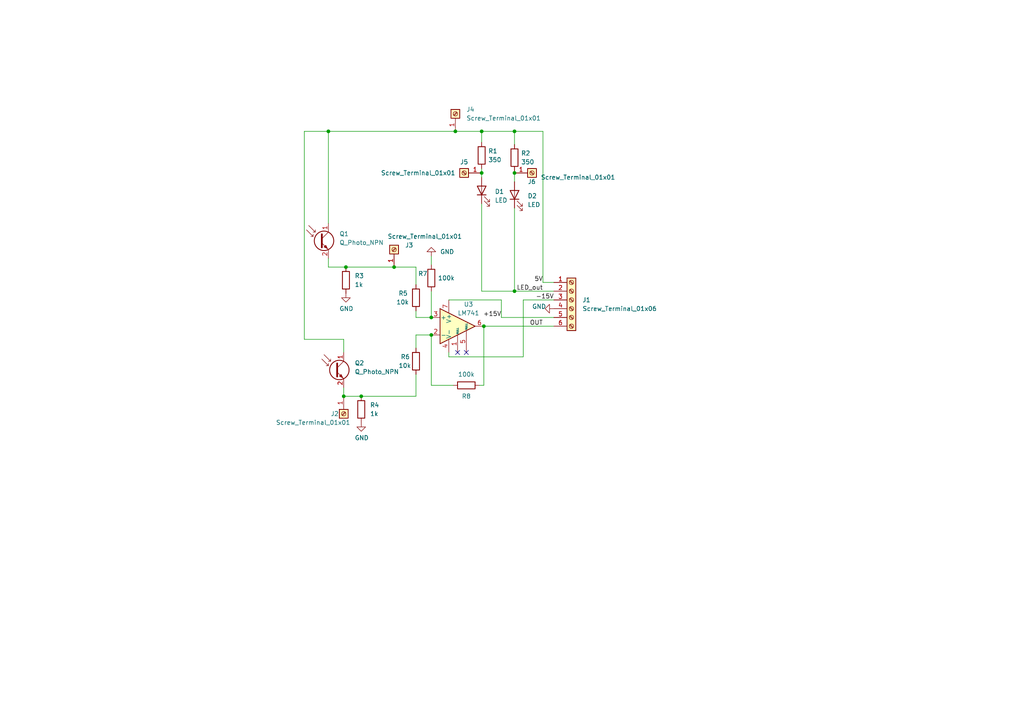
<source format=kicad_sch>
(kicad_sch (version 20211123) (generator eeschema)

  (uuid 324c2dd3-73d0-436a-b1d1-58f7453ada6a)

  (paper "A4")

  (lib_symbols
    (symbol "Amplifier_Operational:LM741" (pin_names (offset 0.127)) (in_bom yes) (on_board yes)
      (property "Reference" "U" (id 0) (at 0 6.35 0)
        (effects (font (size 1.27 1.27)) (justify left))
      )
      (property "Value" "LM741" (id 1) (at 0 3.81 0)
        (effects (font (size 1.27 1.27)) (justify left))
      )
      (property "Footprint" "" (id 2) (at 1.27 1.27 0)
        (effects (font (size 1.27 1.27)) hide)
      )
      (property "Datasheet" "http://www.ti.com/lit/ds/symlink/lm741.pdf" (id 3) (at 3.81 3.81 0)
        (effects (font (size 1.27 1.27)) hide)
      )
      (property "ki_keywords" "single opamp" (id 4) (at 0 0 0)
        (effects (font (size 1.27 1.27)) hide)
      )
      (property "ki_description" "Operational Amplifier, DIP-8/TO-99-8" (id 5) (at 0 0 0)
        (effects (font (size 1.27 1.27)) hide)
      )
      (property "ki_fp_filters" "SOIC*3.9x4.9mm*P1.27mm* DIP*W7.62mm* TSSOP*3x3mm*P0.65mm*" (id 6) (at 0 0 0)
        (effects (font (size 1.27 1.27)) hide)
      )
      (symbol "LM741_0_1"
        (polyline
          (pts
            (xy -5.08 5.08)
            (xy 5.08 0)
            (xy -5.08 -5.08)
            (xy -5.08 5.08)
          )
          (stroke (width 0.254) (type default) (color 0 0 0 0))
          (fill (type background))
        )
      )
      (symbol "LM741_1_1"
        (pin input line (at 0 -7.62 90) (length 5.08)
          (name "NULL" (effects (font (size 0.508 0.508))))
          (number "1" (effects (font (size 1.27 1.27))))
        )
        (pin input line (at -7.62 -2.54 0) (length 2.54)
          (name "-" (effects (font (size 1.27 1.27))))
          (number "2" (effects (font (size 1.27 1.27))))
        )
        (pin input line (at -7.62 2.54 0) (length 2.54)
          (name "+" (effects (font (size 1.27 1.27))))
          (number "3" (effects (font (size 1.27 1.27))))
        )
        (pin power_in line (at -2.54 -7.62 90) (length 3.81)
          (name "V-" (effects (font (size 1.27 1.27))))
          (number "4" (effects (font (size 1.27 1.27))))
        )
        (pin input line (at 2.54 -7.62 90) (length 6.35)
          (name "NULL" (effects (font (size 0.508 0.508))))
          (number "5" (effects (font (size 1.27 1.27))))
        )
        (pin output line (at 7.62 0 180) (length 2.54)
          (name "~" (effects (font (size 1.27 1.27))))
          (number "6" (effects (font (size 1.27 1.27))))
        )
        (pin power_in line (at -2.54 7.62 270) (length 3.81)
          (name "V+" (effects (font (size 1.27 1.27))))
          (number "7" (effects (font (size 1.27 1.27))))
        )
        (pin no_connect line (at 0 2.54 270) (length 2.54) hide
          (name "NC" (effects (font (size 1.27 1.27))))
          (number "8" (effects (font (size 1.27 1.27))))
        )
      )
    )
    (symbol "Connector:Screw_Terminal_01x01" (pin_names (offset 1.016) hide) (in_bom yes) (on_board yes)
      (property "Reference" "J" (id 0) (at 0 2.54 0)
        (effects (font (size 1.27 1.27)))
      )
      (property "Value" "Screw_Terminal_01x01" (id 1) (at 0 -2.54 0)
        (effects (font (size 1.27 1.27)))
      )
      (property "Footprint" "" (id 2) (at 0 0 0)
        (effects (font (size 1.27 1.27)) hide)
      )
      (property "Datasheet" "~" (id 3) (at 0 0 0)
        (effects (font (size 1.27 1.27)) hide)
      )
      (property "ki_keywords" "screw terminal" (id 4) (at 0 0 0)
        (effects (font (size 1.27 1.27)) hide)
      )
      (property "ki_description" "Generic screw terminal, single row, 01x01, script generated (kicad-library-utils/schlib/autogen/connector/)" (id 5) (at 0 0 0)
        (effects (font (size 1.27 1.27)) hide)
      )
      (property "ki_fp_filters" "TerminalBlock*:*" (id 6) (at 0 0 0)
        (effects (font (size 1.27 1.27)) hide)
      )
      (symbol "Screw_Terminal_01x01_1_1"
        (rectangle (start -1.27 1.27) (end 1.27 -1.27)
          (stroke (width 0.254) (type default) (color 0 0 0 0))
          (fill (type background))
        )
        (polyline
          (pts
            (xy -0.5334 0.3302)
            (xy 0.3302 -0.508)
          )
          (stroke (width 0.1524) (type default) (color 0 0 0 0))
          (fill (type none))
        )
        (polyline
          (pts
            (xy -0.3556 0.508)
            (xy 0.508 -0.3302)
          )
          (stroke (width 0.1524) (type default) (color 0 0 0 0))
          (fill (type none))
        )
        (circle (center 0 0) (radius 0.635)
          (stroke (width 0.1524) (type default) (color 0 0 0 0))
          (fill (type none))
        )
        (pin passive line (at -5.08 0 0) (length 3.81)
          (name "Pin_1" (effects (font (size 1.27 1.27))))
          (number "1" (effects (font (size 1.27 1.27))))
        )
      )
    )
    (symbol "Connector:Screw_Terminal_01x06" (pin_names (offset 1.016) hide) (in_bom yes) (on_board yes)
      (property "Reference" "J" (id 0) (at 0 7.62 0)
        (effects (font (size 1.27 1.27)))
      )
      (property "Value" "Screw_Terminal_01x06" (id 1) (at 0 -10.16 0)
        (effects (font (size 1.27 1.27)))
      )
      (property "Footprint" "" (id 2) (at 0 0 0)
        (effects (font (size 1.27 1.27)) hide)
      )
      (property "Datasheet" "~" (id 3) (at 0 0 0)
        (effects (font (size 1.27 1.27)) hide)
      )
      (property "ki_keywords" "screw terminal" (id 4) (at 0 0 0)
        (effects (font (size 1.27 1.27)) hide)
      )
      (property "ki_description" "Generic screw terminal, single row, 01x06, script generated (kicad-library-utils/schlib/autogen/connector/)" (id 5) (at 0 0 0)
        (effects (font (size 1.27 1.27)) hide)
      )
      (property "ki_fp_filters" "TerminalBlock*:*" (id 6) (at 0 0 0)
        (effects (font (size 1.27 1.27)) hide)
      )
      (symbol "Screw_Terminal_01x06_1_1"
        (rectangle (start -1.27 6.35) (end 1.27 -8.89)
          (stroke (width 0.254) (type default) (color 0 0 0 0))
          (fill (type background))
        )
        (circle (center 0 -7.62) (radius 0.635)
          (stroke (width 0.1524) (type default) (color 0 0 0 0))
          (fill (type none))
        )
        (circle (center 0 -5.08) (radius 0.635)
          (stroke (width 0.1524) (type default) (color 0 0 0 0))
          (fill (type none))
        )
        (circle (center 0 -2.54) (radius 0.635)
          (stroke (width 0.1524) (type default) (color 0 0 0 0))
          (fill (type none))
        )
        (polyline
          (pts
            (xy -0.5334 -7.2898)
            (xy 0.3302 -8.128)
          )
          (stroke (width 0.1524) (type default) (color 0 0 0 0))
          (fill (type none))
        )
        (polyline
          (pts
            (xy -0.5334 -4.7498)
            (xy 0.3302 -5.588)
          )
          (stroke (width 0.1524) (type default) (color 0 0 0 0))
          (fill (type none))
        )
        (polyline
          (pts
            (xy -0.5334 -2.2098)
            (xy 0.3302 -3.048)
          )
          (stroke (width 0.1524) (type default) (color 0 0 0 0))
          (fill (type none))
        )
        (polyline
          (pts
            (xy -0.5334 0.3302)
            (xy 0.3302 -0.508)
          )
          (stroke (width 0.1524) (type default) (color 0 0 0 0))
          (fill (type none))
        )
        (polyline
          (pts
            (xy -0.5334 2.8702)
            (xy 0.3302 2.032)
          )
          (stroke (width 0.1524) (type default) (color 0 0 0 0))
          (fill (type none))
        )
        (polyline
          (pts
            (xy -0.5334 5.4102)
            (xy 0.3302 4.572)
          )
          (stroke (width 0.1524) (type default) (color 0 0 0 0))
          (fill (type none))
        )
        (polyline
          (pts
            (xy -0.3556 -7.112)
            (xy 0.508 -7.9502)
          )
          (stroke (width 0.1524) (type default) (color 0 0 0 0))
          (fill (type none))
        )
        (polyline
          (pts
            (xy -0.3556 -4.572)
            (xy 0.508 -5.4102)
          )
          (stroke (width 0.1524) (type default) (color 0 0 0 0))
          (fill (type none))
        )
        (polyline
          (pts
            (xy -0.3556 -2.032)
            (xy 0.508 -2.8702)
          )
          (stroke (width 0.1524) (type default) (color 0 0 0 0))
          (fill (type none))
        )
        (polyline
          (pts
            (xy -0.3556 0.508)
            (xy 0.508 -0.3302)
          )
          (stroke (width 0.1524) (type default) (color 0 0 0 0))
          (fill (type none))
        )
        (polyline
          (pts
            (xy -0.3556 3.048)
            (xy 0.508 2.2098)
          )
          (stroke (width 0.1524) (type default) (color 0 0 0 0))
          (fill (type none))
        )
        (polyline
          (pts
            (xy -0.3556 5.588)
            (xy 0.508 4.7498)
          )
          (stroke (width 0.1524) (type default) (color 0 0 0 0))
          (fill (type none))
        )
        (circle (center 0 0) (radius 0.635)
          (stroke (width 0.1524) (type default) (color 0 0 0 0))
          (fill (type none))
        )
        (circle (center 0 2.54) (radius 0.635)
          (stroke (width 0.1524) (type default) (color 0 0 0 0))
          (fill (type none))
        )
        (circle (center 0 5.08) (radius 0.635)
          (stroke (width 0.1524) (type default) (color 0 0 0 0))
          (fill (type none))
        )
        (pin passive line (at -5.08 5.08 0) (length 3.81)
          (name "Pin_1" (effects (font (size 1.27 1.27))))
          (number "1" (effects (font (size 1.27 1.27))))
        )
        (pin passive line (at -5.08 2.54 0) (length 3.81)
          (name "Pin_2" (effects (font (size 1.27 1.27))))
          (number "2" (effects (font (size 1.27 1.27))))
        )
        (pin passive line (at -5.08 0 0) (length 3.81)
          (name "Pin_3" (effects (font (size 1.27 1.27))))
          (number "3" (effects (font (size 1.27 1.27))))
        )
        (pin passive line (at -5.08 -2.54 0) (length 3.81)
          (name "Pin_4" (effects (font (size 1.27 1.27))))
          (number "4" (effects (font (size 1.27 1.27))))
        )
        (pin passive line (at -5.08 -5.08 0) (length 3.81)
          (name "Pin_5" (effects (font (size 1.27 1.27))))
          (number "5" (effects (font (size 1.27 1.27))))
        )
        (pin passive line (at -5.08 -7.62 0) (length 3.81)
          (name "Pin_6" (effects (font (size 1.27 1.27))))
          (number "6" (effects (font (size 1.27 1.27))))
        )
      )
    )
    (symbol "Device:LED" (pin_numbers hide) (pin_names (offset 1.016) hide) (in_bom yes) (on_board yes)
      (property "Reference" "D" (id 0) (at 0 2.54 0)
        (effects (font (size 1.27 1.27)))
      )
      (property "Value" "LED" (id 1) (at 0 -2.54 0)
        (effects (font (size 1.27 1.27)))
      )
      (property "Footprint" "" (id 2) (at 0 0 0)
        (effects (font (size 1.27 1.27)) hide)
      )
      (property "Datasheet" "~" (id 3) (at 0 0 0)
        (effects (font (size 1.27 1.27)) hide)
      )
      (property "ki_keywords" "LED diode" (id 4) (at 0 0 0)
        (effects (font (size 1.27 1.27)) hide)
      )
      (property "ki_description" "Light emitting diode" (id 5) (at 0 0 0)
        (effects (font (size 1.27 1.27)) hide)
      )
      (property "ki_fp_filters" "LED* LED_SMD:* LED_THT:*" (id 6) (at 0 0 0)
        (effects (font (size 1.27 1.27)) hide)
      )
      (symbol "LED_0_1"
        (polyline
          (pts
            (xy -1.27 -1.27)
            (xy -1.27 1.27)
          )
          (stroke (width 0.254) (type default) (color 0 0 0 0))
          (fill (type none))
        )
        (polyline
          (pts
            (xy -1.27 0)
            (xy 1.27 0)
          )
          (stroke (width 0) (type default) (color 0 0 0 0))
          (fill (type none))
        )
        (polyline
          (pts
            (xy 1.27 -1.27)
            (xy 1.27 1.27)
            (xy -1.27 0)
            (xy 1.27 -1.27)
          )
          (stroke (width 0.254) (type default) (color 0 0 0 0))
          (fill (type none))
        )
        (polyline
          (pts
            (xy -3.048 -0.762)
            (xy -4.572 -2.286)
            (xy -3.81 -2.286)
            (xy -4.572 -2.286)
            (xy -4.572 -1.524)
          )
          (stroke (width 0) (type default) (color 0 0 0 0))
          (fill (type none))
        )
        (polyline
          (pts
            (xy -1.778 -0.762)
            (xy -3.302 -2.286)
            (xy -2.54 -2.286)
            (xy -3.302 -2.286)
            (xy -3.302 -1.524)
          )
          (stroke (width 0) (type default) (color 0 0 0 0))
          (fill (type none))
        )
      )
      (symbol "LED_1_1"
        (pin passive line (at -3.81 0 0) (length 2.54)
          (name "K" (effects (font (size 1.27 1.27))))
          (number "1" (effects (font (size 1.27 1.27))))
        )
        (pin passive line (at 3.81 0 180) (length 2.54)
          (name "A" (effects (font (size 1.27 1.27))))
          (number "2" (effects (font (size 1.27 1.27))))
        )
      )
    )
    (symbol "Device:Q_Photo_NPN" (pin_names (offset 0) hide) (in_bom yes) (on_board yes)
      (property "Reference" "Q" (id 0) (at 5.08 1.27 0)
        (effects (font (size 1.27 1.27)) (justify left))
      )
      (property "Value" "Q_Photo_NPN" (id 1) (at 5.08 -1.27 0)
        (effects (font (size 1.27 1.27)) (justify left))
      )
      (property "Footprint" "" (id 2) (at 5.08 2.54 0)
        (effects (font (size 1.27 1.27)) hide)
      )
      (property "Datasheet" "~" (id 3) (at 0 0 0)
        (effects (font (size 1.27 1.27)) hide)
      )
      (property "ki_keywords" "phototransistor NPN" (id 4) (at 0 0 0)
        (effects (font (size 1.27 1.27)) hide)
      )
      (property "ki_description" "NPN phototransistor, collector/emitter" (id 5) (at 0 0 0)
        (effects (font (size 1.27 1.27)) hide)
      )
      (symbol "Q_Photo_NPN_0_1"
        (polyline
          (pts
            (xy -1.905 1.27)
            (xy -2.54 1.27)
          )
          (stroke (width 0) (type default) (color 0 0 0 0))
          (fill (type none))
        )
        (polyline
          (pts
            (xy -1.27 2.54)
            (xy -1.905 2.54)
          )
          (stroke (width 0) (type default) (color 0 0 0 0))
          (fill (type none))
        )
        (polyline
          (pts
            (xy 0.635 0.635)
            (xy 2.54 2.54)
          )
          (stroke (width 0) (type default) (color 0 0 0 0))
          (fill (type none))
        )
        (polyline
          (pts
            (xy -3.81 3.175)
            (xy -1.905 1.27)
            (xy -1.905 1.905)
          )
          (stroke (width 0) (type default) (color 0 0 0 0))
          (fill (type none))
        )
        (polyline
          (pts
            (xy -3.175 4.445)
            (xy -1.27 2.54)
            (xy -1.27 3.175)
          )
          (stroke (width 0) (type default) (color 0 0 0 0))
          (fill (type none))
        )
        (polyline
          (pts
            (xy 0.635 -0.635)
            (xy 2.54 -2.54)
            (xy 2.54 -2.54)
          )
          (stroke (width 0) (type default) (color 0 0 0 0))
          (fill (type none))
        )
        (polyline
          (pts
            (xy 0.635 1.905)
            (xy 0.635 -1.905)
            (xy 0.635 -1.905)
          )
          (stroke (width 0.508) (type default) (color 0 0 0 0))
          (fill (type none))
        )
        (polyline
          (pts
            (xy 1.27 -1.778)
            (xy 1.778 -1.27)
            (xy 2.286 -2.286)
            (xy 1.27 -1.778)
            (xy 1.27 -1.778)
          )
          (stroke (width 0) (type default) (color 0 0 0 0))
          (fill (type outline))
        )
        (circle (center 1.27 0) (radius 2.8194)
          (stroke (width 0.254) (type default) (color 0 0 0 0))
          (fill (type none))
        )
      )
      (symbol "Q_Photo_NPN_1_1"
        (pin passive line (at 2.54 5.08 270) (length 2.54)
          (name "C" (effects (font (size 1.27 1.27))))
          (number "1" (effects (font (size 1.27 1.27))))
        )
        (pin passive line (at 2.54 -5.08 90) (length 2.54)
          (name "E" (effects (font (size 1.27 1.27))))
          (number "2" (effects (font (size 1.27 1.27))))
        )
      )
    )
    (symbol "Device:R" (pin_numbers hide) (pin_names (offset 0)) (in_bom yes) (on_board yes)
      (property "Reference" "R" (id 0) (at 2.032 0 90)
        (effects (font (size 1.27 1.27)))
      )
      (property "Value" "R" (id 1) (at 0 0 90)
        (effects (font (size 1.27 1.27)))
      )
      (property "Footprint" "" (id 2) (at -1.778 0 90)
        (effects (font (size 1.27 1.27)) hide)
      )
      (property "Datasheet" "~" (id 3) (at 0 0 0)
        (effects (font (size 1.27 1.27)) hide)
      )
      (property "ki_keywords" "R res resistor" (id 4) (at 0 0 0)
        (effects (font (size 1.27 1.27)) hide)
      )
      (property "ki_description" "Resistor" (id 5) (at 0 0 0)
        (effects (font (size 1.27 1.27)) hide)
      )
      (property "ki_fp_filters" "R_*" (id 6) (at 0 0 0)
        (effects (font (size 1.27 1.27)) hide)
      )
      (symbol "R_0_1"
        (rectangle (start -1.016 -2.54) (end 1.016 2.54)
          (stroke (width 0.254) (type default) (color 0 0 0 0))
          (fill (type none))
        )
      )
      (symbol "R_1_1"
        (pin passive line (at 0 3.81 270) (length 1.27)
          (name "~" (effects (font (size 1.27 1.27))))
          (number "1" (effects (font (size 1.27 1.27))))
        )
        (pin passive line (at 0 -3.81 90) (length 1.27)
          (name "~" (effects (font (size 1.27 1.27))))
          (number "2" (effects (font (size 1.27 1.27))))
        )
      )
    )
    (symbol "power:GND" (power) (pin_names (offset 0)) (in_bom yes) (on_board yes)
      (property "Reference" "#PWR" (id 0) (at 0 -6.35 0)
        (effects (font (size 1.27 1.27)) hide)
      )
      (property "Value" "GND" (id 1) (at 0 -3.81 0)
        (effects (font (size 1.27 1.27)))
      )
      (property "Footprint" "" (id 2) (at 0 0 0)
        (effects (font (size 1.27 1.27)) hide)
      )
      (property "Datasheet" "" (id 3) (at 0 0 0)
        (effects (font (size 1.27 1.27)) hide)
      )
      (property "ki_keywords" "power-flag" (id 4) (at 0 0 0)
        (effects (font (size 1.27 1.27)) hide)
      )
      (property "ki_description" "Power symbol creates a global label with name \"GND\" , ground" (id 5) (at 0 0 0)
        (effects (font (size 1.27 1.27)) hide)
      )
      (symbol "GND_0_1"
        (polyline
          (pts
            (xy 0 0)
            (xy 0 -1.27)
            (xy 1.27 -1.27)
            (xy 0 -2.54)
            (xy -1.27 -1.27)
            (xy 0 -1.27)
          )
          (stroke (width 0) (type default) (color 0 0 0 0))
          (fill (type none))
        )
      )
      (symbol "GND_1_1"
        (pin power_in line (at 0 0 270) (length 0) hide
          (name "GND" (effects (font (size 1.27 1.27))))
          (number "1" (effects (font (size 1.27 1.27))))
        )
      )
    )
  )

  (junction (at 114.3 77.47) (diameter 0) (color 0 0 0 0)
    (uuid 27f6cd0d-4465-4db8-a0d3-fcbbe8938ef2)
  )
  (junction (at 149.225 50.165) (diameter 0) (color 0 0 0 0)
    (uuid 43672107-dc2d-4186-9af9-b4fca8b7df1a)
  )
  (junction (at 149.225 84.455) (diameter 0) (color 0 0 0 0)
    (uuid 4419db36-03ff-49f6-8769-a6c68a70d2f4)
  )
  (junction (at 100.33 77.47) (diameter 0) (color 0 0 0 0)
    (uuid 4cc95172-1693-4701-be7a-7b6c30b5c276)
  )
  (junction (at 140.335 94.615) (diameter 0) (color 0 0 0 0)
    (uuid 4e7adfbc-dd25-4f81-bf0b-15c6aaac23ae)
  )
  (junction (at 139.7 50.165) (diameter 0) (color 0 0 0 0)
    (uuid 647c00d2-c7a0-46f0-872b-a4e561f7a976)
  )
  (junction (at 149.225 38.1) (diameter 0) (color 0 0 0 0)
    (uuid bbb54917-1c49-4c65-afdf-5f73a9baae8a)
  )
  (junction (at 125.095 97.155) (diameter 0) (color 0 0 0 0)
    (uuid bf45e7cd-9f99-4684-b4ce-35dccd21f5a4)
  )
  (junction (at 104.775 114.935) (diameter 0) (color 0 0 0 0)
    (uuid c179df4f-7a21-4326-acc2-bafbe8696368)
  )
  (junction (at 95.25 38.1) (diameter 0) (color 0 0 0 0)
    (uuid c99c5d7d-bf7a-4918-badd-474ddcf5d935)
  )
  (junction (at 125.095 92.075) (diameter 0) (color 0 0 0 0)
    (uuid d5f1566b-8525-4869-abbc-28ab8a41dfc3)
  )
  (junction (at 139.7 38.1) (diameter 0) (color 0 0 0 0)
    (uuid eabfed59-3efa-4ec6-9cf0-ab9c5ed8d304)
  )
  (junction (at 99.695 114.935) (diameter 0) (color 0 0 0 0)
    (uuid eda59f23-998a-4195-8182-82ad1e1107af)
  )
  (junction (at 132.08 38.1) (diameter 0) (color 0 0 0 0)
    (uuid fd77c65c-df1a-4910-9764-fb443e4e0a21)
  )

  (no_connect (at 135.255 102.235) (uuid 7666ee12-aebc-4e02-96bc-010ae5c24280))
  (no_connect (at 132.715 102.235) (uuid 7666ee12-aebc-4e02-96bc-010ae5c24281))

  (wire (pts (xy 157.48 81.915) (xy 157.48 38.1))
    (stroke (width 0) (type default) (color 0 0 0 0))
    (uuid 04072675-f932-4c21-bf04-2db5225134af)
  )
  (wire (pts (xy 95.25 38.1) (xy 132.08 38.1))
    (stroke (width 0) (type default) (color 0 0 0 0))
    (uuid 081f7fbe-6241-4bc3-b4f7-7fdf5dbb9aa8)
  )
  (wire (pts (xy 145.415 86.995) (xy 145.415 92.075))
    (stroke (width 0) (type default) (color 0 0 0 0))
    (uuid 091e4a3c-0906-4a12-8ae8-9d9bc69cfead)
  )
  (wire (pts (xy 130.175 86.995) (xy 145.415 86.995))
    (stroke (width 0) (type default) (color 0 0 0 0))
    (uuid 1466bea6-cf13-46f7-9da7-584daf97f69a)
  )
  (wire (pts (xy 139.065 111.76) (xy 140.335 111.76))
    (stroke (width 0) (type default) (color 0 0 0 0))
    (uuid 167b735e-9931-409e-bab9-0383bd4bf59e)
  )
  (wire (pts (xy 139.7 50.165) (xy 139.7 51.435))
    (stroke (width 0) (type default) (color 0 0 0 0))
    (uuid 180aa5c4-5826-4135-a310-f184a3368eb6)
  )
  (wire (pts (xy 149.225 84.455) (xy 160.655 84.455))
    (stroke (width 0) (type default) (color 0 0 0 0))
    (uuid 1a2ee3a9-85e3-464d-82bf-87c1828a208d)
  )
  (wire (pts (xy 149.225 49.53) (xy 149.225 50.165))
    (stroke (width 0) (type default) (color 0 0 0 0))
    (uuid 1b3eb6ea-22e2-4ce3-b550-e9073d234783)
  )
  (wire (pts (xy 160.655 81.915) (xy 157.48 81.915))
    (stroke (width 0) (type default) (color 0 0 0 0))
    (uuid 208c39cb-b148-4aa6-84ae-642fe98aa06a)
  )
  (wire (pts (xy 139.7 84.455) (xy 149.225 84.455))
    (stroke (width 0) (type default) (color 0 0 0 0))
    (uuid 23b13705-94bc-4e0a-8cd1-fec0bdf4318a)
  )
  (wire (pts (xy 114.3 77.47) (xy 120.65 77.47))
    (stroke (width 0) (type default) (color 0 0 0 0))
    (uuid 2536ee1c-d939-4dd2-8cc8-a5a349c1f74c)
  )
  (wire (pts (xy 125.095 97.155) (xy 125.095 111.76))
    (stroke (width 0) (type default) (color 0 0 0 0))
    (uuid 292c1e94-984a-4a4c-9b4b-37ee34e66b78)
  )
  (wire (pts (xy 100.33 77.47) (xy 114.3 77.47))
    (stroke (width 0) (type default) (color 0 0 0 0))
    (uuid 366de420-e29d-4139-afe2-23d8af8aca33)
  )
  (wire (pts (xy 157.48 38.1) (xy 149.225 38.1))
    (stroke (width 0) (type default) (color 0 0 0 0))
    (uuid 39fdb966-175f-4512-8866-af0ea87384e1)
  )
  (wire (pts (xy 132.08 38.1) (xy 139.7 38.1))
    (stroke (width 0) (type default) (color 0 0 0 0))
    (uuid 3cb7020c-b11e-4d97-a49c-5c41bf08758d)
  )
  (wire (pts (xy 130.175 103.505) (xy 151.765 103.505))
    (stroke (width 0) (type default) (color 0 0 0 0))
    (uuid 44cde558-6270-4196-8b17-349fa7277d24)
  )
  (wire (pts (xy 88.265 98.425) (xy 99.695 98.425))
    (stroke (width 0) (type default) (color 0 0 0 0))
    (uuid 4b8fdbb0-67f7-4cf8-93eb-86498cd90f25)
  )
  (wire (pts (xy 145.415 92.075) (xy 160.655 92.075))
    (stroke (width 0) (type default) (color 0 0 0 0))
    (uuid 510b4cf9-ec6e-4c82-8721-3d1d1f5cf675)
  )
  (wire (pts (xy 139.7 38.1) (xy 139.7 41.275))
    (stroke (width 0) (type default) (color 0 0 0 0))
    (uuid 5467a0d8-37c1-47ac-b200-b7860543ce42)
  )
  (wire (pts (xy 120.65 77.47) (xy 120.65 82.55))
    (stroke (width 0) (type default) (color 0 0 0 0))
    (uuid 57769400-7333-4fd9-8c5f-ead87ba75a30)
  )
  (wire (pts (xy 149.225 38.1) (xy 149.225 41.91))
    (stroke (width 0) (type default) (color 0 0 0 0))
    (uuid 584ac81c-15ee-4675-b77b-407180d6d1ee)
  )
  (wire (pts (xy 120.65 97.155) (xy 125.095 97.155))
    (stroke (width 0) (type default) (color 0 0 0 0))
    (uuid 5a59cf8b-a693-4224-918f-ad974090df93)
  )
  (wire (pts (xy 139.7 59.055) (xy 139.7 84.455))
    (stroke (width 0) (type default) (color 0 0 0 0))
    (uuid 5e36a228-58a3-49d6-9b54-d7c87e8524b7)
  )
  (wire (pts (xy 95.25 77.47) (xy 100.33 77.47))
    (stroke (width 0) (type default) (color 0 0 0 0))
    (uuid 5eb6232f-9c5f-4ce7-8aa2-12c589dc71f8)
  )
  (wire (pts (xy 88.265 38.1) (xy 88.265 98.425))
    (stroke (width 0) (type default) (color 0 0 0 0))
    (uuid 69a79a88-4522-47fb-86b6-8247f2f17cc8)
  )
  (wire (pts (xy 104.775 114.935) (xy 120.65 114.935))
    (stroke (width 0) (type default) (color 0 0 0 0))
    (uuid 74a35375-fa17-445d-b58f-d1c1a55a50fc)
  )
  (wire (pts (xy 88.265 38.1) (xy 95.25 38.1))
    (stroke (width 0) (type default) (color 0 0 0 0))
    (uuid 7a37820b-381d-458e-ad9f-741b98e76691)
  )
  (wire (pts (xy 99.695 112.395) (xy 99.695 114.935))
    (stroke (width 0) (type default) (color 0 0 0 0))
    (uuid 7c260975-5114-489b-b28a-71bd83b72a3f)
  )
  (wire (pts (xy 95.25 74.93) (xy 95.25 77.47))
    (stroke (width 0) (type default) (color 0 0 0 0))
    (uuid 82af9942-1306-464d-b5d5-3c208d51cd2b)
  )
  (wire (pts (xy 130.175 102.235) (xy 130.175 103.505))
    (stroke (width 0) (type default) (color 0 0 0 0))
    (uuid 832af981-7873-4d5a-8a37-cbcda18ced57)
  )
  (wire (pts (xy 125.095 74.295) (xy 125.095 76.835))
    (stroke (width 0) (type default) (color 0 0 0 0))
    (uuid 8fa411fb-02b9-4be1-874f-3218203c8c74)
  )
  (wire (pts (xy 151.765 86.995) (xy 160.655 86.995))
    (stroke (width 0) (type default) (color 0 0 0 0))
    (uuid 8feb9168-3e49-4671-8cfd-af0c312b6dae)
  )
  (wire (pts (xy 120.65 97.155) (xy 120.65 100.965))
    (stroke (width 0) (type default) (color 0 0 0 0))
    (uuid 91e98609-6500-4136-9385-c7e85c2fab56)
  )
  (wire (pts (xy 140.335 111.76) (xy 140.335 94.615))
    (stroke (width 0) (type default) (color 0 0 0 0))
    (uuid 9d816c54-0eeb-41f3-bce3-74f5aefe8073)
  )
  (wire (pts (xy 125.095 84.455) (xy 125.095 92.075))
    (stroke (width 0) (type default) (color 0 0 0 0))
    (uuid aee89f77-58d5-4e5b-9cd3-f49ad6d31a59)
  )
  (wire (pts (xy 151.765 103.505) (xy 151.765 86.995))
    (stroke (width 0) (type default) (color 0 0 0 0))
    (uuid b047143c-7803-43a0-9297-02f6c048a0eb)
  )
  (wire (pts (xy 149.225 60.325) (xy 149.225 84.455))
    (stroke (width 0) (type default) (color 0 0 0 0))
    (uuid b7ea22b0-9819-460e-8af2-8c2a2cac7f14)
  )
  (wire (pts (xy 120.65 92.075) (xy 125.095 92.075))
    (stroke (width 0) (type default) (color 0 0 0 0))
    (uuid b9e99525-8f9a-4516-b732-d217d90489bf)
  )
  (wire (pts (xy 120.65 90.17) (xy 120.65 92.075))
    (stroke (width 0) (type default) (color 0 0 0 0))
    (uuid c10253fd-6f8c-40b1-b9f9-9c69acc301bd)
  )
  (wire (pts (xy 95.25 38.1) (xy 95.25 64.77))
    (stroke (width 0) (type default) (color 0 0 0 0))
    (uuid c5261e64-6445-42ec-bfdc-9b7afe305742)
  )
  (wire (pts (xy 149.225 50.165) (xy 149.225 52.705))
    (stroke (width 0) (type default) (color 0 0 0 0))
    (uuid d0d48b9d-20f2-4065-8912-5c6274e27749)
  )
  (wire (pts (xy 139.7 48.895) (xy 139.7 50.165))
    (stroke (width 0) (type default) (color 0 0 0 0))
    (uuid e0a27820-ada2-4690-91ca-a40725aa9107)
  )
  (wire (pts (xy 99.695 98.425) (xy 99.695 102.235))
    (stroke (width 0) (type default) (color 0 0 0 0))
    (uuid e151e560-7c86-45fa-b002-cad0a60b8bd7)
  )
  (wire (pts (xy 99.695 114.935) (xy 104.775 114.935))
    (stroke (width 0) (type default) (color 0 0 0 0))
    (uuid e1be2cbb-3eaf-4588-98e9-7298c201628f)
  )
  (wire (pts (xy 149.225 38.1) (xy 139.7 38.1))
    (stroke (width 0) (type default) (color 0 0 0 0))
    (uuid e31ffbf2-7102-4d69-a17f-c7ab1a7cdca9)
  )
  (wire (pts (xy 140.335 94.615) (xy 160.655 94.615))
    (stroke (width 0) (type default) (color 0 0 0 0))
    (uuid eb029874-9c76-4b54-84a1-189c70a9f221)
  )
  (wire (pts (xy 120.65 108.585) (xy 120.65 114.935))
    (stroke (width 0) (type default) (color 0 0 0 0))
    (uuid ed6087ae-3721-484c-a577-1679eaf719ad)
  )
  (wire (pts (xy 125.095 111.76) (xy 131.445 111.76))
    (stroke (width 0) (type default) (color 0 0 0 0))
    (uuid f18657c7-0b1f-4eb5-8d32-5b4934a38a19)
  )

  (label "+15V" (at 145.415 92.075 180)
    (effects (font (size 1.27 1.27)) (justify right bottom))
    (uuid 074e2b95-726d-4214-9e32-53738db957fa)
  )
  (label "LED_out" (at 157.48 84.455 180)
    (effects (font (size 1.27 1.27)) (justify right bottom))
    (uuid 2c0145ee-d1de-4eef-bf49-576e7e67e6f5)
  )
  (label "-15V" (at 160.655 86.995 180)
    (effects (font (size 1.27 1.27)) (justify right bottom))
    (uuid 3ab88097-b729-4ca6-835f-17c4f7659456)
  )
  (label "OUT" (at 157.48 94.615 180)
    (effects (font (size 1.27 1.27)) (justify right bottom))
    (uuid d8c790e5-d03d-496c-ae94-a5f1301a6afe)
  )
  (label "5V" (at 157.48 81.915 180)
    (effects (font (size 1.27 1.27)) (justify right bottom))
    (uuid e8f7f7b6-f60e-466e-91f0-afde3bf55a10)
  )

  (symbol (lib_id "Device:LED") (at 149.225 56.515 90) (unit 1)
    (in_bom yes) (on_board yes) (fields_autoplaced)
    (uuid 1e3f9a77-1698-460a-ac64-8ed76acdcc39)
    (property "Reference" "D2" (id 0) (at 153.035 56.8324 90)
      (effects (font (size 1.27 1.27)) (justify right))
    )
    (property "Value" "LED" (id 1) (at 153.035 59.3724 90)
      (effects (font (size 1.27 1.27)) (justify right))
    )
    (property "Footprint" "LED_THT:LED_D5.0mm" (id 2) (at 149.225 56.515 0)
      (effects (font (size 1.27 1.27)) hide)
    )
    (property "Datasheet" "~" (id 3) (at 149.225 56.515 0)
      (effects (font (size 1.27 1.27)) hide)
    )
    (pin "1" (uuid a40f897e-2172-4ef7-8636-c33aa8b14032))
    (pin "2" (uuid 55a13054-5301-49b1-9341-20fe79d0f538))
  )

  (symbol (lib_id "Device:R") (at 135.255 111.76 270) (unit 1)
    (in_bom yes) (on_board yes)
    (uuid 25d50f48-8a97-41fe-b928-22510e2c3485)
    (property "Reference" "R8" (id 0) (at 135.255 114.935 90))
    (property "Value" "100k" (id 1) (at 135.255 108.585 90))
    (property "Footprint" "Resistor_THT:R_Axial_DIN0207_L6.3mm_D2.5mm_P7.62mm_Horizontal" (id 2) (at 135.255 109.982 90)
      (effects (font (size 1.27 1.27)) hide)
    )
    (property "Datasheet" "~" (id 3) (at 135.255 111.76 0)
      (effects (font (size 1.27 1.27)) hide)
    )
    (pin "1" (uuid 158d7ba4-6c07-4504-8ba7-df6e227da600))
    (pin "2" (uuid aa192fda-eb1c-40de-beab-ed5545936f67))
  )

  (symbol (lib_id "Connector:Screw_Terminal_01x01") (at 154.305 50.165 0) (unit 1)
    (in_bom yes) (on_board yes)
    (uuid 2c8044db-148b-4375-929c-e61bf42b274e)
    (property "Reference" "J6" (id 0) (at 153.035 52.705 0)
      (effects (font (size 1.27 1.27)) (justify left))
    )
    (property "Value" "Screw_Terminal_01x01" (id 1) (at 156.845 51.4349 0)
      (effects (font (size 1.27 1.27)) (justify left))
    )
    (property "Footprint" "Connector_PinSocket_2.54mm:PinSocket_1x01_P2.54mm_Vertical" (id 2) (at 154.305 50.165 0)
      (effects (font (size 1.27 1.27)) hide)
    )
    (property "Datasheet" "~" (id 3) (at 154.305 50.165 0)
      (effects (font (size 1.27 1.27)) hide)
    )
    (pin "1" (uuid c0c474d6-4dbb-49ed-8d3e-383908ca76ed))
  )

  (symbol (lib_id "Device:R") (at 120.65 104.775 0) (unit 1)
    (in_bom yes) (on_board yes)
    (uuid 38a6ddd3-b327-4d5e-b21c-75d39d749a42)
    (property "Reference" "R6" (id 0) (at 116.205 103.505 0)
      (effects (font (size 1.27 1.27)) (justify left))
    )
    (property "Value" "10k" (id 1) (at 115.57 106.045 0)
      (effects (font (size 1.27 1.27)) (justify left))
    )
    (property "Footprint" "Resistor_THT:R_Axial_DIN0207_L6.3mm_D2.5mm_P7.62mm_Horizontal" (id 2) (at 118.872 104.775 90)
      (effects (font (size 1.27 1.27)) hide)
    )
    (property "Datasheet" "~" (id 3) (at 120.65 104.775 0)
      (effects (font (size 1.27 1.27)) hide)
    )
    (pin "1" (uuid c993b9ed-9f11-4ec3-b29c-995146a2130d))
    (pin "2" (uuid 70cc714d-bb98-4d88-84f4-a77deca810da))
  )

  (symbol (lib_id "Connector:Screw_Terminal_01x06") (at 165.735 86.995 0) (unit 1)
    (in_bom yes) (on_board yes) (fields_autoplaced)
    (uuid 3e5cf88e-ccf3-42c0-90d5-69c851267817)
    (property "Reference" "J1" (id 0) (at 168.91 86.9949 0)
      (effects (font (size 1.27 1.27)) (justify left))
    )
    (property "Value" "Screw_Terminal_01x06" (id 1) (at 168.91 89.5349 0)
      (effects (font (size 1.27 1.27)) (justify left))
    )
    (property "Footprint" "TerminalBlock_Phoenix:TerminalBlock_Phoenix_MKDS-1,5-6_1x06_P5.00mm_Horizontal" (id 2) (at 165.735 86.995 0)
      (effects (font (size 1.27 1.27)) hide)
    )
    (property "Datasheet" "~" (id 3) (at 165.735 86.995 0)
      (effects (font (size 1.27 1.27)) hide)
    )
    (pin "1" (uuid b06a1162-313f-4b79-be0d-591ebdb9d91b))
    (pin "2" (uuid 558697a2-e49b-4ddf-9d49-beea822159be))
    (pin "3" (uuid 458d00be-c304-4c46-adcb-03616c1dd1eb))
    (pin "4" (uuid 7aea356a-aea2-4d66-a233-9cf2dc3e9b0c))
    (pin "5" (uuid 26d306a5-597a-4cb7-9851-281f2d6dc718))
    (pin "6" (uuid f5e63837-a024-4eaf-9fb0-0b994d401d77))
  )

  (symbol (lib_id "Device:R") (at 100.33 81.28 0) (unit 1)
    (in_bom yes) (on_board yes) (fields_autoplaced)
    (uuid 418370a0-e291-45e2-83ac-39d3734bdd07)
    (property "Reference" "R3" (id 0) (at 102.87 80.0099 0)
      (effects (font (size 1.27 1.27)) (justify left))
    )
    (property "Value" "1k" (id 1) (at 102.87 82.5499 0)
      (effects (font (size 1.27 1.27)) (justify left))
    )
    (property "Footprint" "Resistor_THT:R_Axial_DIN0207_L6.3mm_D2.5mm_P7.62mm_Horizontal" (id 2) (at 98.552 81.28 90)
      (effects (font (size 1.27 1.27)) hide)
    )
    (property "Datasheet" "~" (id 3) (at 100.33 81.28 0)
      (effects (font (size 1.27 1.27)) hide)
    )
    (pin "1" (uuid e4527751-99e1-40d0-a330-5a0c58345005))
    (pin "2" (uuid 655eb4c2-4cee-4d80-a3af-75666242b3ba))
  )

  (symbol (lib_id "Amplifier_Operational:LM741") (at 132.715 94.615 0) (unit 1)
    (in_bom yes) (on_board yes)
    (uuid 4ce0f930-a2bb-4ccc-9608-b7afa50aba11)
    (property "Reference" "U3" (id 0) (at 135.89 88.265 0))
    (property "Value" "LM741" (id 1) (at 135.89 90.805 0))
    (property "Footprint" "Package_DIP:DIP-8_W7.62mm" (id 2) (at 133.985 93.345 0)
      (effects (font (size 1.27 1.27)) hide)
    )
    (property "Datasheet" "http://www.ti.com/lit/ds/symlink/lm741.pdf" (id 3) (at 136.525 90.805 0)
      (effects (font (size 1.27 1.27)) hide)
    )
    (pin "1" (uuid 7ee1d8b5-ce31-4c1a-9b5f-d0fc4b008ea3))
    (pin "2" (uuid cdd75cee-5360-4adf-8442-a033d031f5fc))
    (pin "3" (uuid 37f2cda9-efb1-46f6-b69a-d6d6dcea4540))
    (pin "4" (uuid 2ccdb106-7da5-409d-9359-b2dbdbeae05e))
    (pin "5" (uuid f82dd5a5-d7d7-4f5d-a654-13a3dc4c7ff5))
    (pin "6" (uuid 62eb5f54-1a30-4aa6-ba38-40c84d18852a))
    (pin "7" (uuid 4fe1e1cf-866f-47bc-9d65-666695778aed))
    (pin "8" (uuid 9f5b8d33-09b9-4fe3-afbb-46530fe694e5))
  )

  (symbol (lib_id "Connector:Screw_Terminal_01x01") (at 132.08 33.02 90) (unit 1)
    (in_bom yes) (on_board yes) (fields_autoplaced)
    (uuid 550db966-6fba-4319-81b7-577e01af2805)
    (property "Reference" "J4" (id 0) (at 135.255 31.7499 90)
      (effects (font (size 1.27 1.27)) (justify right))
    )
    (property "Value" "Screw_Terminal_01x01" (id 1) (at 135.255 34.2899 90)
      (effects (font (size 1.27 1.27)) (justify right))
    )
    (property "Footprint" "Connector_PinSocket_2.54mm:PinSocket_1x01_P2.54mm_Vertical" (id 2) (at 132.08 33.02 0)
      (effects (font (size 1.27 1.27)) hide)
    )
    (property "Datasheet" "~" (id 3) (at 132.08 33.02 0)
      (effects (font (size 1.27 1.27)) hide)
    )
    (pin "1" (uuid 5488a4f7-5149-4dfc-acd2-ed087cf74352))
  )

  (symbol (lib_id "Device:R") (at 120.65 86.36 0) (unit 1)
    (in_bom yes) (on_board yes)
    (uuid 63dc3fca-c9fd-4a66-bae1-bd51f88e6eaa)
    (property "Reference" "R5" (id 0) (at 115.57 85.09 0)
      (effects (font (size 1.27 1.27)) (justify left))
    )
    (property "Value" "10k" (id 1) (at 114.935 87.63 0)
      (effects (font (size 1.27 1.27)) (justify left))
    )
    (property "Footprint" "Resistor_THT:R_Axial_DIN0207_L6.3mm_D2.5mm_P7.62mm_Horizontal" (id 2) (at 118.872 86.36 90)
      (effects (font (size 1.27 1.27)) hide)
    )
    (property "Datasheet" "~" (id 3) (at 120.65 86.36 0)
      (effects (font (size 1.27 1.27)) hide)
    )
    (pin "1" (uuid b472b3fe-1d98-43d3-a780-06ce74f790bb))
    (pin "2" (uuid 9787bc9a-6c73-4ead-8a55-23ab58a54113))
  )

  (symbol (lib_id "Connector:Screw_Terminal_01x01") (at 134.62 50.165 180) (unit 1)
    (in_bom yes) (on_board yes)
    (uuid 7f497b45-6d75-4793-8cc4-fd9aa969877b)
    (property "Reference" "J5" (id 0) (at 134.62 46.99 0))
    (property "Value" "Screw_Terminal_01x01" (id 1) (at 121.285 50.165 0))
    (property "Footprint" "Connector_PinSocket_2.54mm:PinSocket_1x01_P2.54mm_Vertical" (id 2) (at 134.62 50.165 0)
      (effects (font (size 1.27 1.27)) hide)
    )
    (property "Datasheet" "~" (id 3) (at 134.62 50.165 0)
      (effects (font (size 1.27 1.27)) hide)
    )
    (pin "1" (uuid 3a74e94c-c378-4e55-bf03-978de98c355e))
  )

  (symbol (lib_id "Device:R") (at 125.095 80.645 0) (unit 1)
    (in_bom yes) (on_board yes)
    (uuid 803641e0-746f-41d1-bad9-855922f68d79)
    (property "Reference" "R7" (id 0) (at 121.285 79.375 0)
      (effects (font (size 1.27 1.27)) (justify left))
    )
    (property "Value" "100k" (id 1) (at 127 80.645 0)
      (effects (font (size 1.27 1.27)) (justify left))
    )
    (property "Footprint" "Resistor_THT:R_Axial_DIN0207_L6.3mm_D2.5mm_P7.62mm_Horizontal" (id 2) (at 123.317 80.645 90)
      (effects (font (size 1.27 1.27)) hide)
    )
    (property "Datasheet" "~" (id 3) (at 125.095 80.645 0)
      (effects (font (size 1.27 1.27)) hide)
    )
    (pin "1" (uuid a28ebeda-419e-48bd-81c8-29c53abe5c24))
    (pin "2" (uuid 90b3cede-6420-43a3-ad46-f073d7262502))
  )

  (symbol (lib_id "Connector:Screw_Terminal_01x01") (at 114.3 72.39 90) (unit 1)
    (in_bom yes) (on_board yes)
    (uuid 8a266803-7cc0-4724-a191-465f9ee38b20)
    (property "Reference" "J3" (id 0) (at 117.475 71.1199 90)
      (effects (font (size 1.27 1.27)) (justify right))
    )
    (property "Value" "Screw_Terminal_01x01" (id 1) (at 112.395 68.58 90)
      (effects (font (size 1.27 1.27)) (justify right))
    )
    (property "Footprint" "Connector_PinSocket_2.54mm:PinSocket_1x01_P2.54mm_Vertical" (id 2) (at 114.3 72.39 0)
      (effects (font (size 1.27 1.27)) hide)
    )
    (property "Datasheet" "~" (id 3) (at 114.3 72.39 0)
      (effects (font (size 1.27 1.27)) hide)
    )
    (pin "1" (uuid be3eb2ad-4659-4a5c-a1df-5df4d8eb4b42))
  )

  (symbol (lib_id "Device:R") (at 139.7 45.085 0) (unit 1)
    (in_bom yes) (on_board yes) (fields_autoplaced)
    (uuid 8aeee82b-0272-4fed-9d98-46c43d35e830)
    (property "Reference" "R1" (id 0) (at 141.605 43.8149 0)
      (effects (font (size 1.27 1.27)) (justify left))
    )
    (property "Value" "350" (id 1) (at 141.605 46.3549 0)
      (effects (font (size 1.27 1.27)) (justify left))
    )
    (property "Footprint" "Resistor_THT:R_Axial_DIN0207_L6.3mm_D2.5mm_P7.62mm_Horizontal" (id 2) (at 137.922 45.085 90)
      (effects (font (size 1.27 1.27)) hide)
    )
    (property "Datasheet" "~" (id 3) (at 139.7 45.085 0)
      (effects (font (size 1.27 1.27)) hide)
    )
    (pin "1" (uuid f6a9a4db-57bf-4013-9707-f1679269e158))
    (pin "2" (uuid f076ab7d-2074-47cc-94ba-d870b84dc3be))
  )

  (symbol (lib_id "Device:LED") (at 139.7 55.245 90) (unit 1)
    (in_bom yes) (on_board yes) (fields_autoplaced)
    (uuid 911c1120-dafe-413f-8b9b-e0849df90778)
    (property "Reference" "D1" (id 0) (at 143.51 55.5624 90)
      (effects (font (size 1.27 1.27)) (justify right))
    )
    (property "Value" "LED" (id 1) (at 143.51 58.1024 90)
      (effects (font (size 1.27 1.27)) (justify right))
    )
    (property "Footprint" "LED_THT:LED_D5.0mm" (id 2) (at 139.7 55.245 0)
      (effects (font (size 1.27 1.27)) hide)
    )
    (property "Datasheet" "~" (id 3) (at 139.7 55.245 0)
      (effects (font (size 1.27 1.27)) hide)
    )
    (pin "1" (uuid 50d78f0f-0a3e-4671-a31f-aeb7b243f3e6))
    (pin "2" (uuid 2630c837-ded8-41da-b4f0-685ef9af6bc3))
  )

  (symbol (lib_id "power:GND") (at 160.655 89.535 270) (unit 1)
    (in_bom yes) (on_board yes)
    (uuid a23d7616-ae4a-48f8-9ba7-050ce0e3ecb5)
    (property "Reference" "#PWR0102" (id 0) (at 154.305 89.535 0)
      (effects (font (size 1.27 1.27)) hide)
    )
    (property "Value" "GND" (id 1) (at 154.305 88.9 90)
      (effects (font (size 1.27 1.27)) (justify left))
    )
    (property "Footprint" "" (id 2) (at 160.655 89.535 0)
      (effects (font (size 1.27 1.27)) hide)
    )
    (property "Datasheet" "" (id 3) (at 160.655 89.535 0)
      (effects (font (size 1.27 1.27)) hide)
    )
    (pin "1" (uuid 02d37bd8-3c58-4e66-9f19-8d8e05795190))
  )

  (symbol (lib_id "Device:Q_Photo_NPN") (at 92.71 69.85 0) (unit 1)
    (in_bom yes) (on_board yes) (fields_autoplaced)
    (uuid ae27494d-517e-4dc5-9a1d-3a650c53c53d)
    (property "Reference" "Q1" (id 0) (at 98.425 67.8306 0)
      (effects (font (size 1.27 1.27)) (justify left))
    )
    (property "Value" "Q_Photo_NPN" (id 1) (at 98.425 70.3706 0)
      (effects (font (size 1.27 1.27)) (justify left))
    )
    (property "Footprint" "PSE22:phototransistor NPN" (id 2) (at 97.79 67.31 0)
      (effects (font (size 1.27 1.27)) hide)
    )
    (property "Datasheet" "~" (id 3) (at 92.71 69.85 0)
      (effects (font (size 1.27 1.27)) hide)
    )
    (pin "1" (uuid 8d842887-90ca-4f73-aee8-a11ff18cf162))
    (pin "2" (uuid 34d0bdf1-c395-472a-911d-b283d3edb17d))
  )

  (symbol (lib_id "power:GND") (at 125.095 74.295 180) (unit 1)
    (in_bom yes) (on_board yes) (fields_autoplaced)
    (uuid c51c3c9b-9d9f-4904-93c3-5267485a1008)
    (property "Reference" "#PWR09" (id 0) (at 125.095 67.945 0)
      (effects (font (size 1.27 1.27)) hide)
    )
    (property "Value" "GND" (id 1) (at 127.635 73.0249 0)
      (effects (font (size 1.27 1.27)) (justify right))
    )
    (property "Footprint" "" (id 2) (at 125.095 74.295 0)
      (effects (font (size 1.27 1.27)) hide)
    )
    (property "Datasheet" "" (id 3) (at 125.095 74.295 0)
      (effects (font (size 1.27 1.27)) hide)
    )
    (pin "1" (uuid 5f9c5625-8452-4550-a380-704103c23181))
  )

  (symbol (lib_id "power:GND") (at 104.775 122.555 0) (unit 1)
    (in_bom yes) (on_board yes)
    (uuid c633e607-f46e-46f8-b513-324f41b9cafd)
    (property "Reference" "#PWR0101" (id 0) (at 104.775 128.905 0)
      (effects (font (size 1.27 1.27)) hide)
    )
    (property "Value" "GND" (id 1) (at 102.87 127 0)
      (effects (font (size 1.27 1.27)) (justify left))
    )
    (property "Footprint" "" (id 2) (at 104.775 122.555 0)
      (effects (font (size 1.27 1.27)) hide)
    )
    (property "Datasheet" "" (id 3) (at 104.775 122.555 0)
      (effects (font (size 1.27 1.27)) hide)
    )
    (pin "1" (uuid 8e377d99-3b91-4ed7-8280-881c0b28ec03))
  )

  (symbol (lib_id "Device:R") (at 149.225 45.72 0) (unit 1)
    (in_bom yes) (on_board yes) (fields_autoplaced)
    (uuid c7c39b40-61e1-4401-b203-a3c0af40d3bc)
    (property "Reference" "R2" (id 0) (at 151.13 44.4499 0)
      (effects (font (size 1.27 1.27)) (justify left))
    )
    (property "Value" "350" (id 1) (at 151.13 46.9899 0)
      (effects (font (size 1.27 1.27)) (justify left))
    )
    (property "Footprint" "Resistor_THT:R_Axial_DIN0207_L6.3mm_D2.5mm_P7.62mm_Horizontal" (id 2) (at 147.447 45.72 90)
      (effects (font (size 1.27 1.27)) hide)
    )
    (property "Datasheet" "~" (id 3) (at 149.225 45.72 0)
      (effects (font (size 1.27 1.27)) hide)
    )
    (pin "1" (uuid 374afe21-4730-4cc2-8d82-c2676a437624))
    (pin "2" (uuid b6f762e1-22f7-4dd2-ac6c-3642162990dc))
  )

  (symbol (lib_id "Device:R") (at 104.775 118.745 0) (unit 1)
    (in_bom yes) (on_board yes) (fields_autoplaced)
    (uuid c8acd421-4b7f-4618-a7cb-1d703d40d01b)
    (property "Reference" "R4" (id 0) (at 107.315 117.4749 0)
      (effects (font (size 1.27 1.27)) (justify left))
    )
    (property "Value" "1k" (id 1) (at 107.315 120.0149 0)
      (effects (font (size 1.27 1.27)) (justify left))
    )
    (property "Footprint" "Resistor_THT:R_Axial_DIN0207_L6.3mm_D2.5mm_P7.62mm_Horizontal" (id 2) (at 102.997 118.745 90)
      (effects (font (size 1.27 1.27)) hide)
    )
    (property "Datasheet" "~" (id 3) (at 104.775 118.745 0)
      (effects (font (size 1.27 1.27)) hide)
    )
    (pin "1" (uuid 49ee87c4-444d-4040-a9a0-12c5730c092c))
    (pin "2" (uuid d398c8fb-6795-4d21-9fdf-23edf2f80602))
  )

  (symbol (lib_id "Connector:Screw_Terminal_01x01") (at 99.695 120.015 270) (unit 1)
    (in_bom yes) (on_board yes)
    (uuid ce93260d-88ff-414d-8095-297344d40ee1)
    (property "Reference" "J2" (id 0) (at 95.885 120.015 90)
      (effects (font (size 1.27 1.27)) (justify left))
    )
    (property "Value" "Screw_Terminal_01x01" (id 1) (at 80.01 122.555 90)
      (effects (font (size 1.27 1.27)) (justify left))
    )
    (property "Footprint" "Connector_PinSocket_2.54mm:PinSocket_1x01_P2.54mm_Vertical" (id 2) (at 99.695 120.015 0)
      (effects (font (size 1.27 1.27)) hide)
    )
    (property "Datasheet" "~" (id 3) (at 99.695 120.015 0)
      (effects (font (size 1.27 1.27)) hide)
    )
    (pin "1" (uuid 43c9341b-32f6-4e11-bf30-6b7c0df0aa17))
  )

  (symbol (lib_id "power:GND") (at 100.33 85.09 0) (unit 1)
    (in_bom yes) (on_board yes)
    (uuid efe7e746-9049-4aad-b367-a5b67fdf21e0)
    (property "Reference" "#PWR0103" (id 0) (at 100.33 91.44 0)
      (effects (font (size 1.27 1.27)) hide)
    )
    (property "Value" "GND" (id 1) (at 98.425 89.535 0)
      (effects (font (size 1.27 1.27)) (justify left))
    )
    (property "Footprint" "" (id 2) (at 100.33 85.09 0)
      (effects (font (size 1.27 1.27)) hide)
    )
    (property "Datasheet" "" (id 3) (at 100.33 85.09 0)
      (effects (font (size 1.27 1.27)) hide)
    )
    (pin "1" (uuid d965c34e-6787-4b40-98a0-6c710a8519eb))
  )

  (symbol (lib_id "Device:Q_Photo_NPN") (at 97.155 107.315 0) (unit 1)
    (in_bom yes) (on_board yes) (fields_autoplaced)
    (uuid fe0682ef-01bd-475b-a7ad-3a5fd859886f)
    (property "Reference" "Q2" (id 0) (at 102.87 105.2956 0)
      (effects (font (size 1.27 1.27)) (justify left))
    )
    (property "Value" "Q_Photo_NPN" (id 1) (at 102.87 107.8356 0)
      (effects (font (size 1.27 1.27)) (justify left))
    )
    (property "Footprint" "PSE22:phototransistor NPN" (id 2) (at 102.235 104.775 0)
      (effects (font (size 1.27 1.27)) hide)
    )
    (property "Datasheet" "~" (id 3) (at 97.155 107.315 0)
      (effects (font (size 1.27 1.27)) hide)
    )
    (pin "1" (uuid bdf4698a-f0cc-41cd-82ef-ed861b24eca1))
    (pin "2" (uuid 721f089a-74f1-4c1d-bc4b-578f2ff3f61e))
  )

  (sheet_instances
    (path "/" (page "1"))
  )

  (symbol_instances
    (path "/c51c3c9b-9d9f-4904-93c3-5267485a1008"
      (reference "#PWR09") (unit 1) (value "GND") (footprint "")
    )
    (path "/c633e607-f46e-46f8-b513-324f41b9cafd"
      (reference "#PWR0101") (unit 1) (value "GND") (footprint "")
    )
    (path "/a23d7616-ae4a-48f8-9ba7-050ce0e3ecb5"
      (reference "#PWR0102") (unit 1) (value "GND") (footprint "")
    )
    (path "/efe7e746-9049-4aad-b367-a5b67fdf21e0"
      (reference "#PWR0103") (unit 1) (value "GND") (footprint "")
    )
    (path "/911c1120-dafe-413f-8b9b-e0849df90778"
      (reference "D1") (unit 1) (value "LED") (footprint "LED_THT:LED_D5.0mm")
    )
    (path "/1e3f9a77-1698-460a-ac64-8ed76acdcc39"
      (reference "D2") (unit 1) (value "LED") (footprint "LED_THT:LED_D5.0mm")
    )
    (path "/3e5cf88e-ccf3-42c0-90d5-69c851267817"
      (reference "J1") (unit 1) (value "Screw_Terminal_01x06") (footprint "TerminalBlock_Phoenix:TerminalBlock_Phoenix_MKDS-1,5-6_1x06_P5.00mm_Horizontal")
    )
    (path "/ce93260d-88ff-414d-8095-297344d40ee1"
      (reference "J2") (unit 1) (value "Screw_Terminal_01x01") (footprint "Connector_PinSocket_2.54mm:PinSocket_1x01_P2.54mm_Vertical")
    )
    (path "/8a266803-7cc0-4724-a191-465f9ee38b20"
      (reference "J3") (unit 1) (value "Screw_Terminal_01x01") (footprint "Connector_PinSocket_2.54mm:PinSocket_1x01_P2.54mm_Vertical")
    )
    (path "/550db966-6fba-4319-81b7-577e01af2805"
      (reference "J4") (unit 1) (value "Screw_Terminal_01x01") (footprint "Connector_PinSocket_2.54mm:PinSocket_1x01_P2.54mm_Vertical")
    )
    (path "/7f497b45-6d75-4793-8cc4-fd9aa969877b"
      (reference "J5") (unit 1) (value "Screw_Terminal_01x01") (footprint "Connector_PinSocket_2.54mm:PinSocket_1x01_P2.54mm_Vertical")
    )
    (path "/2c8044db-148b-4375-929c-e61bf42b274e"
      (reference "J6") (unit 1) (value "Screw_Terminal_01x01") (footprint "Connector_PinSocket_2.54mm:PinSocket_1x01_P2.54mm_Vertical")
    )
    (path "/ae27494d-517e-4dc5-9a1d-3a650c53c53d"
      (reference "Q1") (unit 1) (value "Q_Photo_NPN") (footprint "PSE22:phototransistor NPN")
    )
    (path "/fe0682ef-01bd-475b-a7ad-3a5fd859886f"
      (reference "Q2") (unit 1) (value "Q_Photo_NPN") (footprint "PSE22:phototransistor NPN")
    )
    (path "/8aeee82b-0272-4fed-9d98-46c43d35e830"
      (reference "R1") (unit 1) (value "350") (footprint "Resistor_THT:R_Axial_DIN0207_L6.3mm_D2.5mm_P7.62mm_Horizontal")
    )
    (path "/c7c39b40-61e1-4401-b203-a3c0af40d3bc"
      (reference "R2") (unit 1) (value "350") (footprint "Resistor_THT:R_Axial_DIN0207_L6.3mm_D2.5mm_P7.62mm_Horizontal")
    )
    (path "/418370a0-e291-45e2-83ac-39d3734bdd07"
      (reference "R3") (unit 1) (value "1k") (footprint "Resistor_THT:R_Axial_DIN0207_L6.3mm_D2.5mm_P7.62mm_Horizontal")
    )
    (path "/c8acd421-4b7f-4618-a7cb-1d703d40d01b"
      (reference "R4") (unit 1) (value "1k") (footprint "Resistor_THT:R_Axial_DIN0207_L6.3mm_D2.5mm_P7.62mm_Horizontal")
    )
    (path "/63dc3fca-c9fd-4a66-bae1-bd51f88e6eaa"
      (reference "R5") (unit 1) (value "10k") (footprint "Resistor_THT:R_Axial_DIN0207_L6.3mm_D2.5mm_P7.62mm_Horizontal")
    )
    (path "/38a6ddd3-b327-4d5e-b21c-75d39d749a42"
      (reference "R6") (unit 1) (value "10k") (footprint "Resistor_THT:R_Axial_DIN0207_L6.3mm_D2.5mm_P7.62mm_Horizontal")
    )
    (path "/803641e0-746f-41d1-bad9-855922f68d79"
      (reference "R7") (unit 1) (value "100k") (footprint "Resistor_THT:R_Axial_DIN0207_L6.3mm_D2.5mm_P7.62mm_Horizontal")
    )
    (path "/25d50f48-8a97-41fe-b928-22510e2c3485"
      (reference "R8") (unit 1) (value "100k") (footprint "Resistor_THT:R_Axial_DIN0207_L6.3mm_D2.5mm_P7.62mm_Horizontal")
    )
    (path "/4ce0f930-a2bb-4ccc-9608-b7afa50aba11"
      (reference "U3") (unit 1) (value "LM741") (footprint "Package_DIP:DIP-8_W7.62mm")
    )
  )
)

</source>
